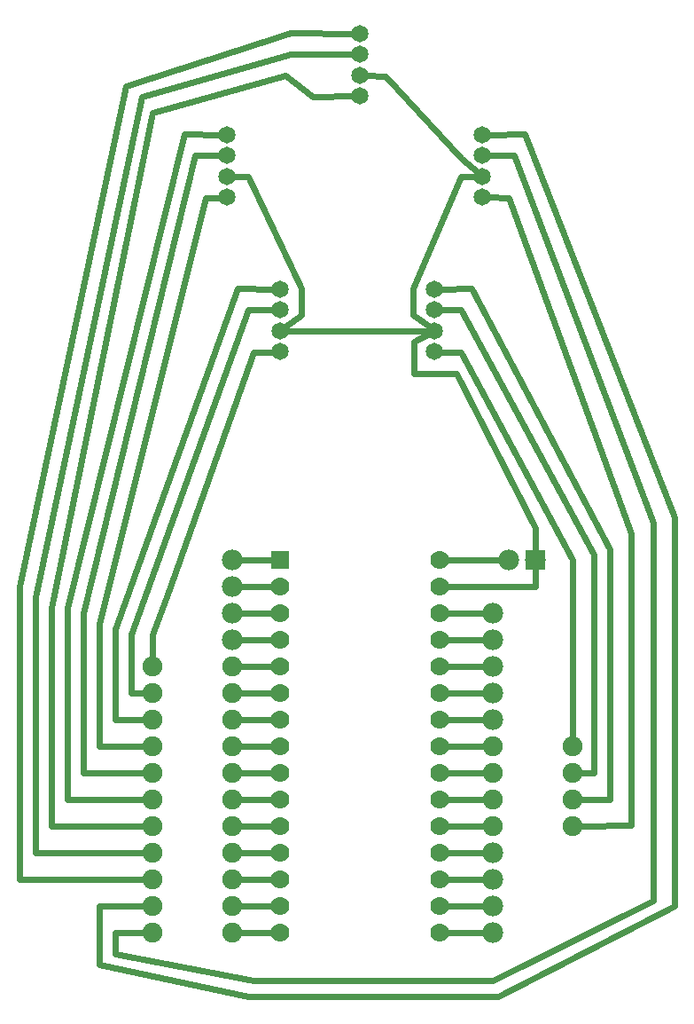
<source format=gbl>
G04 MADE WITH FRITZING*
G04 WWW.FRITZING.ORG*
G04 DOUBLE SIDED*
G04 HOLES PLATED*
G04 CONTOUR ON CENTER OF CONTOUR VECTOR*
%ASAXBY*%
%FSLAX23Y23*%
%MOIN*%
%OFA0B0*%
%SFA1.0B1.0*%
%ADD10C,0.078000*%
%ADD11C,0.070000*%
%ADD12C,0.065000*%
%ADD13C,0.075000*%
%ADD14R,0.069972X0.070000*%
%ADD15R,0.078000X0.078000*%
%ADD16C,0.024000*%
%LNCOPPER0*%
G90*
G70*
G54D10*
X1903Y1569D03*
X1903Y1469D03*
X1903Y1369D03*
X1903Y1269D03*
X1903Y1169D03*
X1903Y1569D03*
X1903Y1469D03*
X1903Y1369D03*
X1903Y1269D03*
X1903Y1169D03*
X923Y1769D03*
X923Y1669D03*
X923Y1569D03*
X923Y1469D03*
X923Y1769D03*
X923Y1669D03*
X923Y1569D03*
X923Y1469D03*
X1903Y669D03*
X1903Y569D03*
X1903Y469D03*
X1903Y369D03*
X1903Y669D03*
X1903Y569D03*
X1903Y469D03*
X1903Y369D03*
G54D11*
X1103Y1769D03*
X1103Y1669D03*
X1103Y1569D03*
X1103Y1469D03*
X1103Y1369D03*
X1103Y1269D03*
X1103Y1169D03*
X1103Y1069D03*
X1103Y969D03*
X1103Y869D03*
X1103Y769D03*
X1103Y669D03*
X1103Y569D03*
X1103Y469D03*
X1103Y369D03*
X1703Y1769D03*
X1703Y1669D03*
X1703Y1569D03*
X1703Y1469D03*
X1703Y1369D03*
X1703Y1269D03*
X1703Y1169D03*
X1703Y1069D03*
X1703Y969D03*
X1703Y869D03*
X1703Y769D03*
X1703Y669D03*
X1703Y569D03*
X1703Y469D03*
X1703Y369D03*
G54D12*
X1103Y2550D03*
X1103Y2629D03*
X1103Y2707D03*
X1103Y2786D03*
X1103Y2550D03*
X1103Y2629D03*
X1103Y2707D03*
X1103Y2786D03*
X1863Y3130D03*
X1863Y3209D03*
X1863Y3287D03*
X1863Y3366D03*
X1863Y3130D03*
X1863Y3209D03*
X1863Y3287D03*
X1863Y3366D03*
X1403Y3510D03*
X1403Y3589D03*
X1403Y3667D03*
X1403Y3746D03*
X1403Y3510D03*
X1403Y3589D03*
X1403Y3667D03*
X1403Y3746D03*
X903Y3130D03*
X903Y3209D03*
X903Y3287D03*
X903Y3366D03*
X903Y3130D03*
X903Y3209D03*
X903Y3287D03*
X903Y3366D03*
X1683Y2550D03*
X1683Y2629D03*
X1683Y2707D03*
X1683Y2786D03*
X1683Y2550D03*
X1683Y2629D03*
X1683Y2707D03*
X1683Y2786D03*
G54D10*
X2063Y1769D03*
X1963Y1769D03*
X2063Y1769D03*
X1963Y1769D03*
G54D13*
X623Y469D03*
X923Y469D03*
X623Y469D03*
X923Y469D03*
X623Y369D03*
X923Y369D03*
X623Y369D03*
X923Y369D03*
X2203Y769D03*
X1903Y769D03*
X2203Y769D03*
X1903Y769D03*
X623Y569D03*
X923Y569D03*
X623Y569D03*
X923Y569D03*
X623Y669D03*
X923Y669D03*
X623Y669D03*
X923Y669D03*
X623Y769D03*
X923Y769D03*
X623Y769D03*
X923Y769D03*
X623Y869D03*
X923Y869D03*
X623Y869D03*
X923Y869D03*
X623Y969D03*
X923Y969D03*
X623Y969D03*
X923Y969D03*
X623Y1069D03*
X923Y1069D03*
X623Y1069D03*
X923Y1069D03*
X2203Y869D03*
X1903Y869D03*
X2203Y869D03*
X1903Y869D03*
X2203Y969D03*
X1903Y969D03*
X2203Y969D03*
X1903Y969D03*
X2203Y1069D03*
X1903Y1069D03*
X2203Y1069D03*
X1903Y1069D03*
X623Y1369D03*
X923Y1369D03*
X623Y1369D03*
X923Y1369D03*
X623Y1269D03*
X923Y1269D03*
X623Y1269D03*
X923Y1269D03*
X623Y1169D03*
X923Y1169D03*
X623Y1169D03*
X923Y1169D03*
G54D14*
X1103Y1769D03*
G54D15*
X2063Y1769D03*
X2063Y1769D03*
G54D16*
X953Y1669D02*
X1074Y1669D01*
D02*
X953Y1769D02*
X1074Y1769D01*
D02*
X1732Y669D02*
X1873Y669D01*
D02*
X1732Y569D02*
X1873Y569D01*
D02*
X1732Y469D02*
X1873Y469D01*
D02*
X1732Y369D02*
X1873Y369D01*
D02*
X953Y1569D02*
X1074Y1569D01*
D02*
X953Y1469D02*
X1074Y1469D01*
D02*
X1732Y1569D02*
X1873Y1569D01*
D02*
X1732Y1469D02*
X1873Y1469D01*
D02*
X1732Y1369D02*
X1873Y1369D01*
D02*
X1732Y1269D02*
X1873Y1269D01*
D02*
X1732Y1169D02*
X1873Y1169D01*
D02*
X1662Y2618D02*
X1604Y2589D01*
D02*
X1604Y2589D02*
X1604Y2468D01*
D02*
X1604Y2468D02*
X1764Y2468D01*
D02*
X1764Y2468D02*
X2062Y1889D01*
D02*
X2062Y1889D02*
X2063Y1799D01*
D02*
X879Y3129D02*
X823Y3128D01*
D02*
X823Y3128D02*
X423Y1528D01*
D02*
X423Y1528D02*
X423Y1069D01*
D02*
X423Y1069D02*
X594Y1069D01*
D02*
X1074Y969D02*
X951Y969D01*
D02*
X1142Y3668D02*
X582Y3508D01*
D02*
X1379Y3667D02*
X1142Y3668D01*
D02*
X582Y3508D02*
X183Y1628D01*
D02*
X183Y1628D02*
X183Y669D01*
D02*
X183Y669D02*
X594Y669D01*
D02*
X1074Y469D02*
X951Y469D01*
D02*
X1732Y1769D02*
X1933Y1769D01*
D02*
X1074Y369D02*
X951Y369D01*
D02*
X2231Y868D02*
X2343Y867D01*
D02*
X2343Y867D02*
X2343Y1809D01*
D02*
X2343Y1809D02*
X1822Y2787D01*
D02*
X1822Y2787D02*
X1706Y2786D01*
D02*
X1224Y3508D02*
X1122Y3589D01*
D02*
X1122Y3589D02*
X622Y3449D01*
D02*
X1379Y3510D02*
X1224Y3508D01*
D02*
X622Y3449D02*
X242Y1588D01*
D02*
X242Y1588D02*
X242Y769D01*
D02*
X242Y769D02*
X594Y769D01*
D02*
X1886Y3366D02*
X2022Y3369D01*
D02*
X2022Y3369D02*
X2584Y1929D01*
D02*
X2584Y468D02*
X1923Y128D01*
D02*
X2584Y1929D02*
X2584Y468D01*
D02*
X1923Y128D02*
X982Y128D01*
D02*
X422Y248D02*
X422Y468D01*
D02*
X982Y128D02*
X422Y248D01*
D02*
X422Y468D02*
X594Y469D01*
D02*
X1074Y569D02*
X951Y569D01*
D02*
X951Y1169D02*
X1074Y1169D01*
D02*
X1732Y769D02*
X1874Y769D01*
D02*
X951Y1369D02*
X1074Y1369D01*
D02*
X1886Y3287D02*
X1983Y3289D01*
D02*
X1983Y3289D02*
X2504Y1909D01*
D02*
X2504Y488D02*
X1903Y189D01*
D02*
X2504Y1909D02*
X2504Y488D01*
D02*
X1903Y189D02*
X1002Y189D01*
D02*
X483Y289D02*
X483Y369D01*
D02*
X1002Y189D02*
X483Y289D01*
D02*
X483Y369D02*
X594Y369D01*
D02*
X951Y1269D02*
X1074Y1269D01*
D02*
X1659Y2629D02*
X1126Y2629D01*
D02*
X1122Y2643D02*
X1183Y2689D01*
D02*
X1183Y2689D02*
X1183Y2789D01*
D02*
X1183Y2789D02*
X983Y3209D01*
D02*
X983Y3209D02*
X926Y3209D01*
D02*
X1074Y869D02*
X951Y869D01*
D02*
X1874Y1069D02*
X1732Y1069D01*
D02*
X1886Y3130D02*
X1963Y3129D01*
D02*
X1963Y3129D02*
X2423Y1869D01*
D02*
X2423Y1869D02*
X2423Y770D01*
D02*
X2423Y770D02*
X2231Y769D01*
D02*
X1079Y2707D02*
X982Y2708D01*
D02*
X982Y2708D02*
X542Y1488D01*
D02*
X542Y1488D02*
X542Y1269D01*
D02*
X542Y1269D02*
X594Y1269D01*
D02*
X1874Y969D02*
X1732Y969D01*
D02*
X1839Y3209D02*
X1782Y3209D01*
D02*
X1782Y3209D02*
X1603Y2789D01*
D02*
X1603Y2789D02*
X1603Y2689D01*
D02*
X1603Y2689D02*
X1664Y2643D01*
D02*
X2062Y1668D02*
X1732Y1668D01*
D02*
X2062Y1738D02*
X2062Y1668D01*
D02*
X951Y669D02*
X1074Y669D01*
D02*
X1074Y769D02*
X951Y769D01*
D02*
X2231Y968D02*
X2283Y968D01*
D02*
X2283Y968D02*
X2283Y1788D01*
D02*
X2283Y1788D02*
X1783Y2708D01*
D02*
X1783Y2708D02*
X1706Y2707D01*
D02*
X2203Y1097D02*
X2203Y1169D01*
D02*
X2203Y1169D02*
X2203Y1768D01*
D02*
X2203Y1768D02*
X1783Y2548D01*
D02*
X1783Y2548D02*
X1706Y2549D01*
D02*
X1142Y3749D02*
X523Y3548D01*
D02*
X1379Y3746D02*
X1142Y3749D01*
D02*
X523Y3548D02*
X123Y1668D01*
D02*
X123Y1668D02*
X123Y569D01*
D02*
X123Y569D02*
X594Y569D01*
D02*
X623Y1397D02*
X623Y1488D01*
D02*
X623Y1488D02*
X682Y1649D01*
D02*
X682Y1649D02*
X1003Y2549D01*
D02*
X1003Y2549D02*
X1079Y2549D01*
D02*
X879Y3287D02*
X783Y3288D01*
D02*
X783Y3288D02*
X363Y1568D01*
D02*
X363Y1568D02*
X363Y969D01*
D02*
X363Y969D02*
X594Y969D01*
D02*
X1074Y1069D02*
X951Y1069D01*
D02*
X1874Y869D02*
X1732Y869D01*
D02*
X594Y1169D02*
X482Y1169D01*
D02*
X483Y1169D02*
X483Y1509D01*
D02*
X483Y1509D02*
X943Y2787D01*
D02*
X943Y2787D02*
X1079Y2786D01*
D02*
X879Y3366D02*
X743Y3369D01*
D02*
X743Y3369D02*
X302Y1588D01*
D02*
X302Y1588D02*
X302Y869D01*
D02*
X302Y869D02*
X594Y869D01*
D02*
X1845Y3224D02*
X1785Y3274D01*
D02*
X1785Y3274D02*
X1500Y3585D01*
D02*
X1500Y3585D02*
X1426Y3588D01*
G04 End of Copper0*
M02*
</source>
